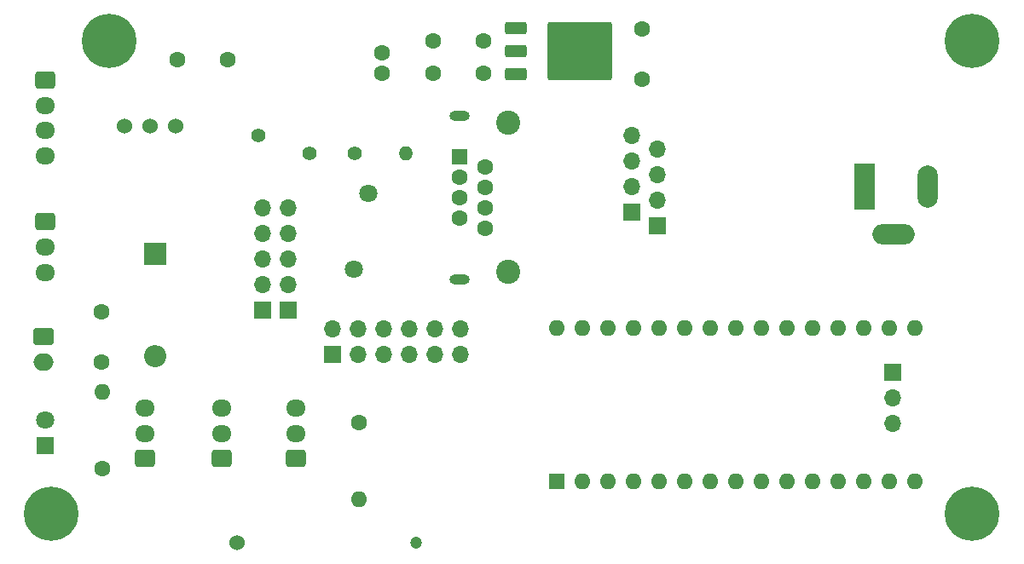
<source format=gbr>
%TF.GenerationSoftware,KiCad,Pcbnew,8.0.9-8.0.9-0~ubuntu22.04.1*%
%TF.CreationDate,2025-03-09T15:02:26+09:00*%
%TF.ProjectId,M302N,4d333032-4e2e-46b6-9963-61645f706362,rev?*%
%TF.SameCoordinates,Original*%
%TF.FileFunction,Soldermask,Top*%
%TF.FilePolarity,Negative*%
%FSLAX46Y46*%
G04 Gerber Fmt 4.6, Leading zero omitted, Abs format (unit mm)*
G04 Created by KiCad (PCBNEW 8.0.9-8.0.9-0~ubuntu22.04.1) date 2025-03-09 15:02:26*
%MOMM*%
%LPD*%
G01*
G04 APERTURE LIST*
G04 Aperture macros list*
%AMRoundRect*
0 Rectangle with rounded corners*
0 $1 Rounding radius*
0 $2 $3 $4 $5 $6 $7 $8 $9 X,Y pos of 4 corners*
0 Add a 4 corners polygon primitive as box body*
4,1,4,$2,$3,$4,$5,$6,$7,$8,$9,$2,$3,0*
0 Add four circle primitives for the rounded corners*
1,1,$1+$1,$2,$3*
1,1,$1+$1,$4,$5*
1,1,$1+$1,$6,$7*
1,1,$1+$1,$8,$9*
0 Add four rect primitives between the rounded corners*
20,1,$1+$1,$2,$3,$4,$5,0*
20,1,$1+$1,$4,$5,$6,$7,0*
20,1,$1+$1,$6,$7,$8,$9,0*
20,1,$1+$1,$8,$9,$2,$3,0*%
G04 Aperture macros list end*
%ADD10R,1.700000X1.700000*%
%ADD11O,1.700000X1.700000*%
%ADD12O,2.000000X1.000000*%
%ADD13C,2.400000*%
%ADD14R,1.600000X1.600000*%
%ADD15C,1.600000*%
%ADD16RoundRect,0.250000X0.725000X-0.600000X0.725000X0.600000X-0.725000X0.600000X-0.725000X-0.600000X0*%
%ADD17O,1.950000X1.700000*%
%ADD18C,1.400000*%
%ADD19O,1.600000X1.600000*%
%ADD20C,5.400000*%
%ADD21C,1.524000*%
%ADD22C,1.200000*%
%ADD23RoundRect,0.250000X-0.750000X0.600000X-0.750000X-0.600000X0.750000X-0.600000X0.750000X0.600000X0*%
%ADD24O,2.000000X1.700000*%
%ADD25RoundRect,0.250000X-0.725000X0.600000X-0.725000X-0.600000X0.725000X-0.600000X0.725000X0.600000X0*%
%ADD26RoundRect,0.250000X-0.850000X-0.350000X0.850000X-0.350000X0.850000X0.350000X-0.850000X0.350000X0*%
%ADD27RoundRect,0.249997X-2.950003X-2.650003X2.950003X-2.650003X2.950003X2.650003X-2.950003X2.650003X0*%
%ADD28R,2.200000X2.200000*%
%ADD29O,2.200000X2.200000*%
%ADD30C,1.800000*%
%ADD31R,1.800000X1.800000*%
%ADD32O,1.400000X1.400000*%
%ADD33R,2.000000X4.600000*%
%ADD34O,2.000000X4.200000*%
%ADD35O,4.200000X2.000000*%
G04 APERTURE END LIST*
D10*
%TO.C,J18*%
X135680000Y-81229200D03*
D11*
X135680000Y-78689200D03*
X135680000Y-76149200D03*
X135680000Y-73609200D03*
%TD*%
D10*
%TO.C,J13*%
X99060000Y-89662000D03*
D11*
X99060000Y-87122000D03*
X99060000Y-84582000D03*
X99060000Y-82042000D03*
X99060000Y-79502000D03*
%TD*%
D12*
%TO.C,J11*%
X116064000Y-86577000D03*
D13*
X120904000Y-85852000D03*
X120904000Y-71052000D03*
D12*
X116064000Y-70327000D03*
D14*
X116064000Y-74372000D03*
D15*
X118604000Y-75392000D03*
X116064000Y-76412000D03*
X118604000Y-77432000D03*
X116064000Y-78452000D03*
X118604000Y-79472000D03*
X116064000Y-80492000D03*
X118604000Y-81512000D03*
%TD*%
D16*
%TO.C,J8*%
X84836000Y-104394000D03*
D17*
X84836000Y-101894000D03*
X84836000Y-99394000D03*
%TD*%
D16*
%TO.C,J10*%
X99822000Y-104394000D03*
D17*
X99822000Y-101894000D03*
X99822000Y-99394000D03*
%TD*%
D15*
%TO.C,C2*%
X118465600Y-62915800D03*
X113465600Y-62915800D03*
%TD*%
D18*
%TO.C,F1*%
X96119000Y-72252000D03*
X101219000Y-74052000D03*
%TD*%
D15*
%TO.C,R1*%
X80645000Y-105410000D03*
D19*
X80645000Y-97790000D03*
%TD*%
D20*
%TO.C,REF\u002A\u002A*%
X75565000Y-109855000D03*
%TD*%
D21*
%TO.C,SW1*%
X93980000Y-112776000D03*
D22*
X111760000Y-112776000D03*
%TD*%
D10*
%TO.C,J19*%
X133140000Y-79883000D03*
D11*
X133140000Y-77343000D03*
X133140000Y-74803000D03*
X133140000Y-72263000D03*
%TD*%
D23*
%TO.C,J12*%
X74782000Y-92269000D03*
D24*
X74782000Y-94769000D03*
%TD*%
D14*
%TO.C,A1*%
X125730000Y-106680000D03*
D19*
X128270000Y-106680000D03*
X130810000Y-106680000D03*
X133350000Y-106680000D03*
X135890000Y-106680000D03*
X138430000Y-106680000D03*
X140970000Y-106680000D03*
X143510000Y-106680000D03*
X146050000Y-106680000D03*
X148590000Y-106680000D03*
X151130000Y-106680000D03*
X153670000Y-106680000D03*
X156210000Y-106680000D03*
X158750000Y-106680000D03*
X161290000Y-106680000D03*
X161290000Y-91440000D03*
X158750000Y-91440000D03*
X156210000Y-91440000D03*
X153670000Y-91440000D03*
X151130000Y-91440000D03*
X148590000Y-91440000D03*
X146050000Y-91440000D03*
X143510000Y-91440000D03*
X140970000Y-91440000D03*
X138430000Y-91440000D03*
X135890000Y-91440000D03*
X133350000Y-91440000D03*
X130810000Y-91440000D03*
X128270000Y-91440000D03*
X125730000Y-91440000D03*
%TD*%
D15*
%TO.C,C4*%
X80518000Y-94782000D03*
X80518000Y-89782000D03*
%TD*%
D20*
%TO.C,REF\u002A\u002A*%
X81280000Y-62865000D03*
%TD*%
D10*
%TO.C,J3*%
X103479600Y-94030800D03*
D11*
X103479600Y-91490800D03*
X106019600Y-94030800D03*
X106019600Y-91490800D03*
X108559600Y-94030800D03*
X108559600Y-91490800D03*
X111099600Y-94030800D03*
X111099600Y-91490800D03*
X113639600Y-94030800D03*
X113639600Y-91490800D03*
X116179600Y-94030800D03*
X116179600Y-91490800D03*
%TD*%
D16*
%TO.C,J9*%
X92456000Y-104394000D03*
D17*
X92456000Y-101894000D03*
X92456000Y-99394000D03*
%TD*%
D25*
%TO.C,J4*%
X74930000Y-66802000D03*
D17*
X74930000Y-69302000D03*
X74930000Y-71802000D03*
X74930000Y-74302000D03*
%TD*%
D26*
%TO.C,U2*%
X121692000Y-61600000D03*
X121692000Y-63880000D03*
D27*
X127992000Y-63880000D03*
D26*
X121692000Y-66160000D03*
%TD*%
D15*
%TO.C,C5*%
X134239000Y-61675000D03*
X134239000Y-66675000D03*
%TD*%
%TO.C,R2*%
X106070400Y-100838000D03*
D19*
X106070400Y-108458000D03*
%TD*%
D28*
%TO.C,D3*%
X85852000Y-84074000D03*
D29*
X85852000Y-94234000D03*
%TD*%
D30*
%TO.C,R3*%
X105599000Y-85538000D03*
X107000000Y-78038000D03*
%TD*%
D21*
%TO.C,FL1*%
X87884000Y-71374000D03*
X85344000Y-71374000D03*
X82804000Y-71374000D03*
%TD*%
D15*
%TO.C,C3*%
X118491000Y-66116200D03*
X113491000Y-66116200D03*
%TD*%
D20*
%TO.C,REF\u002A\u002A*%
X167005000Y-62865000D03*
%TD*%
D31*
%TO.C,D2*%
X74930000Y-103124000D03*
D30*
X74930000Y-100584000D03*
%TD*%
D18*
%TO.C,D1*%
X105664000Y-74041000D03*
D32*
X110744000Y-74041000D03*
%TD*%
D10*
%TO.C,J14*%
X96520000Y-89662000D03*
D11*
X96520000Y-87122000D03*
X96520000Y-84582000D03*
X96520000Y-82042000D03*
X96520000Y-79502000D03*
%TD*%
D25*
%TO.C,J5*%
X74909000Y-80879000D03*
D17*
X74909000Y-83379000D03*
X74909000Y-85879000D03*
%TD*%
D15*
%TO.C,C6*%
X88051000Y-64770000D03*
X93051000Y-64770000D03*
%TD*%
%TO.C,C1*%
X108356400Y-66090800D03*
X108356400Y-64090800D03*
%TD*%
D20*
%TO.C,REF\u002A\u002A*%
X167005000Y-109855000D03*
%TD*%
D33*
%TO.C,J1*%
X156260000Y-77343600D03*
D34*
X162560000Y-77343600D03*
D35*
X159160000Y-82143600D03*
%TD*%
D10*
%TO.C,J2*%
X159054800Y-95834200D03*
D11*
X159054800Y-98374200D03*
X159054800Y-100914200D03*
%TD*%
M02*

</source>
